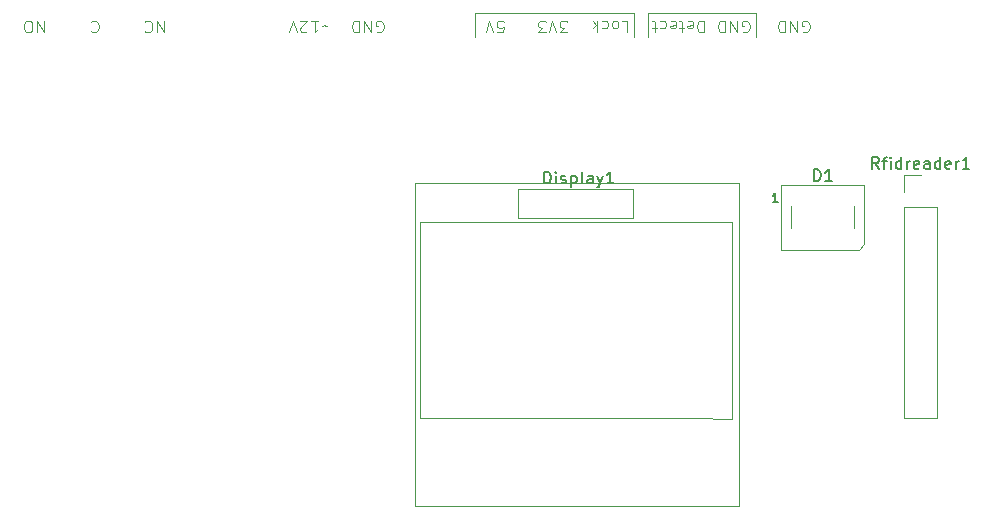
<source format=gto>
%TF.GenerationSoftware,KiCad,Pcbnew,9.0.4*%
%TF.CreationDate,2025-09-19T15:57:40+02:00*%
%TF.ProjectId,esp32c6-charger,65737033-3263-4362-9d63-686172676572,rev?*%
%TF.SameCoordinates,Original*%
%TF.FileFunction,Legend,Top*%
%TF.FilePolarity,Positive*%
%FSLAX45Y45*%
G04 Gerber Fmt 4.5, Leading zero omitted, Abs format (unit mm)*
G04 Created by KiCad (PCBNEW 9.0.4) date 2025-09-19 15:57:40*
%MOMM*%
%LPD*%
G01*
G04 APERTURE LIST*
%ADD10C,0.100000*%
%ADD11C,0.150000*%
%ADD12C,0.120000*%
G04 APERTURE END LIST*
D10*
X13423900Y-7543800D02*
X13423900Y-7747000D01*
X14452600Y-7543800D02*
X13538200Y-7543800D01*
X14452600Y-7543800D02*
X14452600Y-7747000D01*
X13423900Y-7543800D02*
X12941300Y-7543800D01*
X12077700Y-7543800D02*
X12941300Y-7543800D01*
X12077700Y-7543800D02*
X12077700Y-7747000D01*
X13538200Y-7543800D02*
X13538200Y-7747000D01*
X14344431Y-7702596D02*
X14353954Y-7707358D01*
X14353954Y-7707358D02*
X14368240Y-7707358D01*
X14368240Y-7707358D02*
X14382526Y-7702596D01*
X14382526Y-7702596D02*
X14392050Y-7693072D01*
X14392050Y-7693072D02*
X14396811Y-7683548D01*
X14396811Y-7683548D02*
X14401573Y-7664501D01*
X14401573Y-7664501D02*
X14401573Y-7650215D01*
X14401573Y-7650215D02*
X14396811Y-7631168D01*
X14396811Y-7631168D02*
X14392050Y-7621644D01*
X14392050Y-7621644D02*
X14382526Y-7612120D01*
X14382526Y-7612120D02*
X14368240Y-7607358D01*
X14368240Y-7607358D02*
X14358716Y-7607358D01*
X14358716Y-7607358D02*
X14344431Y-7612120D01*
X14344431Y-7612120D02*
X14339669Y-7616882D01*
X14339669Y-7616882D02*
X14339669Y-7650215D01*
X14339669Y-7650215D02*
X14358716Y-7650215D01*
X14296811Y-7607358D02*
X14296811Y-7707358D01*
X14296811Y-7707358D02*
X14239669Y-7607358D01*
X14239669Y-7607358D02*
X14239669Y-7707358D01*
X14192050Y-7607358D02*
X14192050Y-7707358D01*
X14192050Y-7707358D02*
X14168240Y-7707358D01*
X14168240Y-7707358D02*
X14153954Y-7702596D01*
X14153954Y-7702596D02*
X14144431Y-7693072D01*
X14144431Y-7693072D02*
X14139669Y-7683548D01*
X14139669Y-7683548D02*
X14134907Y-7664501D01*
X14134907Y-7664501D02*
X14134907Y-7650215D01*
X14134907Y-7650215D02*
X14139669Y-7631168D01*
X14139669Y-7631168D02*
X14144431Y-7621644D01*
X14144431Y-7621644D02*
X14153954Y-7612120D01*
X14153954Y-7612120D02*
X14168240Y-7607358D01*
X14168240Y-7607358D02*
X14192050Y-7607358D01*
X14015811Y-7607358D02*
X14015811Y-7707358D01*
X14015811Y-7707358D02*
X13992002Y-7707358D01*
X13992002Y-7707358D02*
X13977716Y-7702596D01*
X13977716Y-7702596D02*
X13968192Y-7693072D01*
X13968192Y-7693072D02*
X13963431Y-7683548D01*
X13963431Y-7683548D02*
X13958669Y-7664501D01*
X13958669Y-7664501D02*
X13958669Y-7650215D01*
X13958669Y-7650215D02*
X13963431Y-7631168D01*
X13963431Y-7631168D02*
X13968192Y-7621644D01*
X13968192Y-7621644D02*
X13977716Y-7612120D01*
X13977716Y-7612120D02*
X13992002Y-7607358D01*
X13992002Y-7607358D02*
X14015811Y-7607358D01*
X13877716Y-7612120D02*
X13887240Y-7607358D01*
X13887240Y-7607358D02*
X13906288Y-7607358D01*
X13906288Y-7607358D02*
X13915811Y-7612120D01*
X13915811Y-7612120D02*
X13920573Y-7621644D01*
X13920573Y-7621644D02*
X13920573Y-7659739D01*
X13920573Y-7659739D02*
X13915811Y-7669263D01*
X13915811Y-7669263D02*
X13906288Y-7674025D01*
X13906288Y-7674025D02*
X13887240Y-7674025D01*
X13887240Y-7674025D02*
X13877716Y-7669263D01*
X13877716Y-7669263D02*
X13872954Y-7659739D01*
X13872954Y-7659739D02*
X13872954Y-7650215D01*
X13872954Y-7650215D02*
X13920573Y-7640691D01*
X13844383Y-7674025D02*
X13806288Y-7674025D01*
X13830097Y-7707358D02*
X13830097Y-7621644D01*
X13830097Y-7621644D02*
X13825335Y-7612120D01*
X13825335Y-7612120D02*
X13815811Y-7607358D01*
X13815811Y-7607358D02*
X13806288Y-7607358D01*
X13734859Y-7612120D02*
X13744383Y-7607358D01*
X13744383Y-7607358D02*
X13763430Y-7607358D01*
X13763430Y-7607358D02*
X13772954Y-7612120D01*
X13772954Y-7612120D02*
X13777716Y-7621644D01*
X13777716Y-7621644D02*
X13777716Y-7659739D01*
X13777716Y-7659739D02*
X13772954Y-7669263D01*
X13772954Y-7669263D02*
X13763430Y-7674025D01*
X13763430Y-7674025D02*
X13744383Y-7674025D01*
X13744383Y-7674025D02*
X13734859Y-7669263D01*
X13734859Y-7669263D02*
X13730097Y-7659739D01*
X13730097Y-7659739D02*
X13730097Y-7650215D01*
X13730097Y-7650215D02*
X13777716Y-7640691D01*
X13644383Y-7612120D02*
X13653907Y-7607358D01*
X13653907Y-7607358D02*
X13672954Y-7607358D01*
X13672954Y-7607358D02*
X13682478Y-7612120D01*
X13682478Y-7612120D02*
X13687240Y-7616882D01*
X13687240Y-7616882D02*
X13692002Y-7626406D01*
X13692002Y-7626406D02*
X13692002Y-7654977D01*
X13692002Y-7654977D02*
X13687240Y-7664501D01*
X13687240Y-7664501D02*
X13682478Y-7669263D01*
X13682478Y-7669263D02*
X13672954Y-7674025D01*
X13672954Y-7674025D02*
X13653907Y-7674025D01*
X13653907Y-7674025D02*
X13644383Y-7669263D01*
X13615811Y-7674025D02*
X13577716Y-7674025D01*
X13601526Y-7707358D02*
X13601526Y-7621644D01*
X13601526Y-7621644D02*
X13596764Y-7612120D01*
X13596764Y-7612120D02*
X13587240Y-7607358D01*
X13587240Y-7607358D02*
X13577716Y-7607358D01*
X11245631Y-7702596D02*
X11255154Y-7707358D01*
X11255154Y-7707358D02*
X11269440Y-7707358D01*
X11269440Y-7707358D02*
X11283726Y-7702596D01*
X11283726Y-7702596D02*
X11293250Y-7693072D01*
X11293250Y-7693072D02*
X11298011Y-7683548D01*
X11298011Y-7683548D02*
X11302773Y-7664501D01*
X11302773Y-7664501D02*
X11302773Y-7650215D01*
X11302773Y-7650215D02*
X11298011Y-7631168D01*
X11298011Y-7631168D02*
X11293250Y-7621644D01*
X11293250Y-7621644D02*
X11283726Y-7612120D01*
X11283726Y-7612120D02*
X11269440Y-7607358D01*
X11269440Y-7607358D02*
X11259916Y-7607358D01*
X11259916Y-7607358D02*
X11245631Y-7612120D01*
X11245631Y-7612120D02*
X11240869Y-7616882D01*
X11240869Y-7616882D02*
X11240869Y-7650215D01*
X11240869Y-7650215D02*
X11259916Y-7650215D01*
X11198011Y-7607358D02*
X11198011Y-7707358D01*
X11198011Y-7707358D02*
X11140869Y-7607358D01*
X11140869Y-7607358D02*
X11140869Y-7707358D01*
X11093250Y-7607358D02*
X11093250Y-7707358D01*
X11093250Y-7707358D02*
X11069440Y-7707358D01*
X11069440Y-7707358D02*
X11055154Y-7702596D01*
X11055154Y-7702596D02*
X11045631Y-7693072D01*
X11045631Y-7693072D02*
X11040869Y-7683548D01*
X11040869Y-7683548D02*
X11036107Y-7664501D01*
X11036107Y-7664501D02*
X11036107Y-7650215D01*
X11036107Y-7650215D02*
X11040869Y-7631168D01*
X11040869Y-7631168D02*
X11045631Y-7621644D01*
X11045631Y-7621644D02*
X11055154Y-7612120D01*
X11055154Y-7612120D02*
X11069440Y-7607358D01*
X11069440Y-7607358D02*
X11093250Y-7607358D01*
X10829697Y-7645453D02*
X10824935Y-7650215D01*
X10824935Y-7650215D02*
X10815412Y-7654977D01*
X10815412Y-7654977D02*
X10796364Y-7645453D01*
X10796364Y-7645453D02*
X10786840Y-7650215D01*
X10786840Y-7650215D02*
X10782078Y-7654977D01*
X10691602Y-7607358D02*
X10748745Y-7607358D01*
X10720173Y-7607358D02*
X10720173Y-7707358D01*
X10720173Y-7707358D02*
X10729697Y-7693072D01*
X10729697Y-7693072D02*
X10739221Y-7683548D01*
X10739221Y-7683548D02*
X10748745Y-7678787D01*
X10653507Y-7697834D02*
X10648745Y-7702596D01*
X10648745Y-7702596D02*
X10639221Y-7707358D01*
X10639221Y-7707358D02*
X10615412Y-7707358D01*
X10615412Y-7707358D02*
X10605888Y-7702596D01*
X10605888Y-7702596D02*
X10601126Y-7697834D01*
X10601126Y-7697834D02*
X10596364Y-7688310D01*
X10596364Y-7688310D02*
X10596364Y-7678787D01*
X10596364Y-7678787D02*
X10601126Y-7664501D01*
X10601126Y-7664501D02*
X10658269Y-7607358D01*
X10658269Y-7607358D02*
X10596364Y-7607358D01*
X10567792Y-7707358D02*
X10534459Y-7607358D01*
X10534459Y-7607358D02*
X10501126Y-7707358D01*
X12266392Y-7707358D02*
X12314011Y-7707358D01*
X12314011Y-7707358D02*
X12318773Y-7659739D01*
X12318773Y-7659739D02*
X12314011Y-7664501D01*
X12314011Y-7664501D02*
X12304488Y-7669263D01*
X12304488Y-7669263D02*
X12280678Y-7669263D01*
X12280678Y-7669263D02*
X12271154Y-7664501D01*
X12271154Y-7664501D02*
X12266392Y-7659739D01*
X12266392Y-7659739D02*
X12261631Y-7650215D01*
X12261631Y-7650215D02*
X12261631Y-7626406D01*
X12261631Y-7626406D02*
X12266392Y-7616882D01*
X12266392Y-7616882D02*
X12271154Y-7612120D01*
X12271154Y-7612120D02*
X12280678Y-7607358D01*
X12280678Y-7607358D02*
X12304488Y-7607358D01*
X12304488Y-7607358D02*
X12314011Y-7612120D01*
X12314011Y-7612120D02*
X12318773Y-7616882D01*
X12233059Y-7707358D02*
X12199726Y-7607358D01*
X12199726Y-7607358D02*
X12166392Y-7707358D01*
X13320492Y-7607358D02*
X13368111Y-7607358D01*
X13368111Y-7607358D02*
X13368111Y-7707358D01*
X13272873Y-7607358D02*
X13282397Y-7612120D01*
X13282397Y-7612120D02*
X13287159Y-7616882D01*
X13287159Y-7616882D02*
X13291921Y-7626406D01*
X13291921Y-7626406D02*
X13291921Y-7654977D01*
X13291921Y-7654977D02*
X13287159Y-7664501D01*
X13287159Y-7664501D02*
X13282397Y-7669263D01*
X13282397Y-7669263D02*
X13272873Y-7674025D01*
X13272873Y-7674025D02*
X13258588Y-7674025D01*
X13258588Y-7674025D02*
X13249064Y-7669263D01*
X13249064Y-7669263D02*
X13244302Y-7664501D01*
X13244302Y-7664501D02*
X13239540Y-7654977D01*
X13239540Y-7654977D02*
X13239540Y-7626406D01*
X13239540Y-7626406D02*
X13244302Y-7616882D01*
X13244302Y-7616882D02*
X13249064Y-7612120D01*
X13249064Y-7612120D02*
X13258588Y-7607358D01*
X13258588Y-7607358D02*
X13272873Y-7607358D01*
X13153826Y-7612120D02*
X13163350Y-7607358D01*
X13163350Y-7607358D02*
X13182397Y-7607358D01*
X13182397Y-7607358D02*
X13191921Y-7612120D01*
X13191921Y-7612120D02*
X13196683Y-7616882D01*
X13196683Y-7616882D02*
X13201445Y-7626406D01*
X13201445Y-7626406D02*
X13201445Y-7654977D01*
X13201445Y-7654977D02*
X13196683Y-7664501D01*
X13196683Y-7664501D02*
X13191921Y-7669263D01*
X13191921Y-7669263D02*
X13182397Y-7674025D01*
X13182397Y-7674025D02*
X13163350Y-7674025D01*
X13163350Y-7674025D02*
X13153826Y-7669263D01*
X13110969Y-7607358D02*
X13110969Y-7707358D01*
X13101445Y-7645453D02*
X13072873Y-7607358D01*
X13072873Y-7674025D02*
X13110969Y-7635929D01*
X8427812Y-7607358D02*
X8427812Y-7707358D01*
X8427812Y-7707358D02*
X8370669Y-7607358D01*
X8370669Y-7607358D02*
X8370669Y-7707358D01*
X8304002Y-7707358D02*
X8284954Y-7707358D01*
X8284954Y-7707358D02*
X8275431Y-7702596D01*
X8275431Y-7702596D02*
X8265907Y-7693072D01*
X8265907Y-7693072D02*
X8261145Y-7674025D01*
X8261145Y-7674025D02*
X8261145Y-7640691D01*
X8261145Y-7640691D02*
X8265907Y-7621644D01*
X8265907Y-7621644D02*
X8275431Y-7612120D01*
X8275431Y-7612120D02*
X8284954Y-7607358D01*
X8284954Y-7607358D02*
X8304002Y-7607358D01*
X8304002Y-7607358D02*
X8313526Y-7612120D01*
X8313526Y-7612120D02*
X8323050Y-7621644D01*
X8323050Y-7621644D02*
X8327811Y-7640691D01*
X8327811Y-7640691D02*
X8327811Y-7674025D01*
X8327811Y-7674025D02*
X8323050Y-7693072D01*
X8323050Y-7693072D02*
X8313526Y-7702596D01*
X8313526Y-7702596D02*
X8304002Y-7707358D01*
X8827869Y-7616882D02*
X8832631Y-7612120D01*
X8832631Y-7612120D02*
X8846916Y-7607358D01*
X8846916Y-7607358D02*
X8856440Y-7607358D01*
X8856440Y-7607358D02*
X8870726Y-7612120D01*
X8870726Y-7612120D02*
X8880250Y-7621644D01*
X8880250Y-7621644D02*
X8885012Y-7631168D01*
X8885012Y-7631168D02*
X8889773Y-7650215D01*
X8889773Y-7650215D02*
X8889773Y-7664501D01*
X8889773Y-7664501D02*
X8885012Y-7683548D01*
X8885012Y-7683548D02*
X8880250Y-7693072D01*
X8880250Y-7693072D02*
X8870726Y-7702596D01*
X8870726Y-7702596D02*
X8856440Y-7707358D01*
X8856440Y-7707358D02*
X8846916Y-7707358D01*
X8846916Y-7707358D02*
X8832631Y-7702596D01*
X8832631Y-7702596D02*
X8827869Y-7697834D01*
X9443812Y-7607358D02*
X9443812Y-7707358D01*
X9443812Y-7707358D02*
X9386669Y-7607358D01*
X9386669Y-7607358D02*
X9386669Y-7707358D01*
X9281907Y-7616882D02*
X9286669Y-7612120D01*
X9286669Y-7612120D02*
X9300954Y-7607358D01*
X9300954Y-7607358D02*
X9310478Y-7607358D01*
X9310478Y-7607358D02*
X9324764Y-7612120D01*
X9324764Y-7612120D02*
X9334288Y-7621644D01*
X9334288Y-7621644D02*
X9339050Y-7631168D01*
X9339050Y-7631168D02*
X9343812Y-7650215D01*
X9343812Y-7650215D02*
X9343812Y-7664501D01*
X9343812Y-7664501D02*
X9339050Y-7683548D01*
X9339050Y-7683548D02*
X9334288Y-7693072D01*
X9334288Y-7693072D02*
X9324764Y-7702596D01*
X9324764Y-7702596D02*
X9310478Y-7707358D01*
X9310478Y-7707358D02*
X9300954Y-7707358D01*
X9300954Y-7707358D02*
X9286669Y-7702596D01*
X9286669Y-7702596D02*
X9281907Y-7697834D01*
X12856935Y-7707358D02*
X12795031Y-7707358D01*
X12795031Y-7707358D02*
X12828364Y-7669263D01*
X12828364Y-7669263D02*
X12814078Y-7669263D01*
X12814078Y-7669263D02*
X12804554Y-7664501D01*
X12804554Y-7664501D02*
X12799792Y-7659739D01*
X12799792Y-7659739D02*
X12795031Y-7650215D01*
X12795031Y-7650215D02*
X12795031Y-7626406D01*
X12795031Y-7626406D02*
X12799792Y-7616882D01*
X12799792Y-7616882D02*
X12804554Y-7612120D01*
X12804554Y-7612120D02*
X12814078Y-7607358D01*
X12814078Y-7607358D02*
X12842650Y-7607358D01*
X12842650Y-7607358D02*
X12852173Y-7612120D01*
X12852173Y-7612120D02*
X12856935Y-7616882D01*
X12766459Y-7707358D02*
X12733126Y-7607358D01*
X12733126Y-7607358D02*
X12699792Y-7707358D01*
X12675983Y-7707358D02*
X12614078Y-7707358D01*
X12614078Y-7707358D02*
X12647411Y-7669263D01*
X12647411Y-7669263D02*
X12633126Y-7669263D01*
X12633126Y-7669263D02*
X12623602Y-7664501D01*
X12623602Y-7664501D02*
X12618840Y-7659739D01*
X12618840Y-7659739D02*
X12614078Y-7650215D01*
X12614078Y-7650215D02*
X12614078Y-7626406D01*
X12614078Y-7626406D02*
X12618840Y-7616882D01*
X12618840Y-7616882D02*
X12623602Y-7612120D01*
X12623602Y-7612120D02*
X12633126Y-7607358D01*
X12633126Y-7607358D02*
X12661697Y-7607358D01*
X12661697Y-7607358D02*
X12671221Y-7612120D01*
X12671221Y-7612120D02*
X12675983Y-7616882D01*
X14852431Y-7702596D02*
X14861954Y-7707358D01*
X14861954Y-7707358D02*
X14876240Y-7707358D01*
X14876240Y-7707358D02*
X14890526Y-7702596D01*
X14890526Y-7702596D02*
X14900050Y-7693072D01*
X14900050Y-7693072D02*
X14904811Y-7683548D01*
X14904811Y-7683548D02*
X14909573Y-7664501D01*
X14909573Y-7664501D02*
X14909573Y-7650215D01*
X14909573Y-7650215D02*
X14904811Y-7631168D01*
X14904811Y-7631168D02*
X14900050Y-7621644D01*
X14900050Y-7621644D02*
X14890526Y-7612120D01*
X14890526Y-7612120D02*
X14876240Y-7607358D01*
X14876240Y-7607358D02*
X14866716Y-7607358D01*
X14866716Y-7607358D02*
X14852431Y-7612120D01*
X14852431Y-7612120D02*
X14847669Y-7616882D01*
X14847669Y-7616882D02*
X14847669Y-7650215D01*
X14847669Y-7650215D02*
X14866716Y-7650215D01*
X14804811Y-7607358D02*
X14804811Y-7707358D01*
X14804811Y-7707358D02*
X14747669Y-7607358D01*
X14747669Y-7607358D02*
X14747669Y-7707358D01*
X14700050Y-7607358D02*
X14700050Y-7707358D01*
X14700050Y-7707358D02*
X14676240Y-7707358D01*
X14676240Y-7707358D02*
X14661954Y-7702596D01*
X14661954Y-7702596D02*
X14652431Y-7693072D01*
X14652431Y-7693072D02*
X14647669Y-7683548D01*
X14647669Y-7683548D02*
X14642907Y-7664501D01*
X14642907Y-7664501D02*
X14642907Y-7650215D01*
X14642907Y-7650215D02*
X14647669Y-7631168D01*
X14647669Y-7631168D02*
X14652431Y-7621644D01*
X14652431Y-7621644D02*
X14661954Y-7612120D01*
X14661954Y-7612120D02*
X14676240Y-7607358D01*
X14676240Y-7607358D02*
X14700050Y-7607358D01*
D11*
X12661143Y-8986282D02*
X12661143Y-8886282D01*
X12661143Y-8886282D02*
X12684952Y-8886282D01*
X12684952Y-8886282D02*
X12699238Y-8891044D01*
X12699238Y-8891044D02*
X12708762Y-8900568D01*
X12708762Y-8900568D02*
X12713524Y-8910091D01*
X12713524Y-8910091D02*
X12718286Y-8929139D01*
X12718286Y-8929139D02*
X12718286Y-8943425D01*
X12718286Y-8943425D02*
X12713524Y-8962472D01*
X12713524Y-8962472D02*
X12708762Y-8971996D01*
X12708762Y-8971996D02*
X12699238Y-8981520D01*
X12699238Y-8981520D02*
X12684952Y-8986282D01*
X12684952Y-8986282D02*
X12661143Y-8986282D01*
X12761143Y-8986282D02*
X12761143Y-8919615D01*
X12761143Y-8886282D02*
X12756381Y-8891044D01*
X12756381Y-8891044D02*
X12761143Y-8895806D01*
X12761143Y-8895806D02*
X12765905Y-8891044D01*
X12765905Y-8891044D02*
X12761143Y-8886282D01*
X12761143Y-8886282D02*
X12761143Y-8895806D01*
X12804000Y-8981520D02*
X12813524Y-8986282D01*
X12813524Y-8986282D02*
X12832571Y-8986282D01*
X12832571Y-8986282D02*
X12842095Y-8981520D01*
X12842095Y-8981520D02*
X12846857Y-8971996D01*
X12846857Y-8971996D02*
X12846857Y-8967234D01*
X12846857Y-8967234D02*
X12842095Y-8957710D01*
X12842095Y-8957710D02*
X12832571Y-8952949D01*
X12832571Y-8952949D02*
X12818286Y-8952949D01*
X12818286Y-8952949D02*
X12808762Y-8948187D01*
X12808762Y-8948187D02*
X12804000Y-8938663D01*
X12804000Y-8938663D02*
X12804000Y-8933901D01*
X12804000Y-8933901D02*
X12808762Y-8924377D01*
X12808762Y-8924377D02*
X12818286Y-8919615D01*
X12818286Y-8919615D02*
X12832571Y-8919615D01*
X12832571Y-8919615D02*
X12842095Y-8924377D01*
X12889714Y-8919615D02*
X12889714Y-9019615D01*
X12889714Y-8924377D02*
X12899238Y-8919615D01*
X12899238Y-8919615D02*
X12918286Y-8919615D01*
X12918286Y-8919615D02*
X12927809Y-8924377D01*
X12927809Y-8924377D02*
X12932571Y-8929139D01*
X12932571Y-8929139D02*
X12937333Y-8938663D01*
X12937333Y-8938663D02*
X12937333Y-8967234D01*
X12937333Y-8967234D02*
X12932571Y-8976758D01*
X12932571Y-8976758D02*
X12927809Y-8981520D01*
X12927809Y-8981520D02*
X12918286Y-8986282D01*
X12918286Y-8986282D02*
X12899238Y-8986282D01*
X12899238Y-8986282D02*
X12889714Y-8981520D01*
X12994476Y-8986282D02*
X12984952Y-8981520D01*
X12984952Y-8981520D02*
X12980190Y-8971996D01*
X12980190Y-8971996D02*
X12980190Y-8886282D01*
X13075428Y-8986282D02*
X13075428Y-8933901D01*
X13075428Y-8933901D02*
X13070667Y-8924377D01*
X13070667Y-8924377D02*
X13061143Y-8919615D01*
X13061143Y-8919615D02*
X13042095Y-8919615D01*
X13042095Y-8919615D02*
X13032571Y-8924377D01*
X13075428Y-8981520D02*
X13065905Y-8986282D01*
X13065905Y-8986282D02*
X13042095Y-8986282D01*
X13042095Y-8986282D02*
X13032571Y-8981520D01*
X13032571Y-8981520D02*
X13027809Y-8971996D01*
X13027809Y-8971996D02*
X13027809Y-8962472D01*
X13027809Y-8962472D02*
X13032571Y-8952949D01*
X13032571Y-8952949D02*
X13042095Y-8948187D01*
X13042095Y-8948187D02*
X13065905Y-8948187D01*
X13065905Y-8948187D02*
X13075428Y-8943425D01*
X13113524Y-8919615D02*
X13137333Y-8986282D01*
X13161143Y-8919615D02*
X13137333Y-8986282D01*
X13137333Y-8986282D02*
X13127809Y-9010091D01*
X13127809Y-9010091D02*
X13123048Y-9014853D01*
X13123048Y-9014853D02*
X13113524Y-9019615D01*
X13251619Y-8986282D02*
X13194476Y-8986282D01*
X13223048Y-8986282D02*
X13223048Y-8886282D01*
X13223048Y-8886282D02*
X13213524Y-8900568D01*
X13213524Y-8900568D02*
X13204000Y-8910091D01*
X13204000Y-8910091D02*
X13194476Y-8914853D01*
X15497219Y-8862582D02*
X15463886Y-8814963D01*
X15440076Y-8862582D02*
X15440076Y-8762582D01*
X15440076Y-8762582D02*
X15478171Y-8762582D01*
X15478171Y-8762582D02*
X15487695Y-8767344D01*
X15487695Y-8767344D02*
X15492457Y-8772106D01*
X15492457Y-8772106D02*
X15497219Y-8781630D01*
X15497219Y-8781630D02*
X15497219Y-8795915D01*
X15497219Y-8795915D02*
X15492457Y-8805439D01*
X15492457Y-8805439D02*
X15487695Y-8810201D01*
X15487695Y-8810201D02*
X15478171Y-8814963D01*
X15478171Y-8814963D02*
X15440076Y-8814963D01*
X15525790Y-8795915D02*
X15563886Y-8795915D01*
X15540076Y-8862582D02*
X15540076Y-8776868D01*
X15540076Y-8776868D02*
X15544838Y-8767344D01*
X15544838Y-8767344D02*
X15554362Y-8762582D01*
X15554362Y-8762582D02*
X15563886Y-8762582D01*
X15597219Y-8862582D02*
X15597219Y-8795915D01*
X15597219Y-8762582D02*
X15592457Y-8767344D01*
X15592457Y-8767344D02*
X15597219Y-8772106D01*
X15597219Y-8772106D02*
X15601981Y-8767344D01*
X15601981Y-8767344D02*
X15597219Y-8762582D01*
X15597219Y-8762582D02*
X15597219Y-8772106D01*
X15687695Y-8862582D02*
X15687695Y-8762582D01*
X15687695Y-8857820D02*
X15678171Y-8862582D01*
X15678171Y-8862582D02*
X15659124Y-8862582D01*
X15659124Y-8862582D02*
X15649600Y-8857820D01*
X15649600Y-8857820D02*
X15644838Y-8853058D01*
X15644838Y-8853058D02*
X15640076Y-8843534D01*
X15640076Y-8843534D02*
X15640076Y-8814963D01*
X15640076Y-8814963D02*
X15644838Y-8805439D01*
X15644838Y-8805439D02*
X15649600Y-8800677D01*
X15649600Y-8800677D02*
X15659124Y-8795915D01*
X15659124Y-8795915D02*
X15678171Y-8795915D01*
X15678171Y-8795915D02*
X15687695Y-8800677D01*
X15735314Y-8862582D02*
X15735314Y-8795915D01*
X15735314Y-8814963D02*
X15740076Y-8805439D01*
X15740076Y-8805439D02*
X15744838Y-8800677D01*
X15744838Y-8800677D02*
X15754362Y-8795915D01*
X15754362Y-8795915D02*
X15763886Y-8795915D01*
X15835314Y-8857820D02*
X15825790Y-8862582D01*
X15825790Y-8862582D02*
X15806743Y-8862582D01*
X15806743Y-8862582D02*
X15797219Y-8857820D01*
X15797219Y-8857820D02*
X15792457Y-8848296D01*
X15792457Y-8848296D02*
X15792457Y-8810201D01*
X15792457Y-8810201D02*
X15797219Y-8800677D01*
X15797219Y-8800677D02*
X15806743Y-8795915D01*
X15806743Y-8795915D02*
X15825790Y-8795915D01*
X15825790Y-8795915D02*
X15835314Y-8800677D01*
X15835314Y-8800677D02*
X15840076Y-8810201D01*
X15840076Y-8810201D02*
X15840076Y-8819725D01*
X15840076Y-8819725D02*
X15792457Y-8829249D01*
X15925790Y-8862582D02*
X15925790Y-8810201D01*
X15925790Y-8810201D02*
X15921028Y-8800677D01*
X15921028Y-8800677D02*
X15911505Y-8795915D01*
X15911505Y-8795915D02*
X15892457Y-8795915D01*
X15892457Y-8795915D02*
X15882933Y-8800677D01*
X15925790Y-8857820D02*
X15916267Y-8862582D01*
X15916267Y-8862582D02*
X15892457Y-8862582D01*
X15892457Y-8862582D02*
X15882933Y-8857820D01*
X15882933Y-8857820D02*
X15878171Y-8848296D01*
X15878171Y-8848296D02*
X15878171Y-8838772D01*
X15878171Y-8838772D02*
X15882933Y-8829249D01*
X15882933Y-8829249D02*
X15892457Y-8824487D01*
X15892457Y-8824487D02*
X15916267Y-8824487D01*
X15916267Y-8824487D02*
X15925790Y-8819725D01*
X16016267Y-8862582D02*
X16016267Y-8762582D01*
X16016267Y-8857820D02*
X16006743Y-8862582D01*
X16006743Y-8862582D02*
X15987695Y-8862582D01*
X15987695Y-8862582D02*
X15978171Y-8857820D01*
X15978171Y-8857820D02*
X15973409Y-8853058D01*
X15973409Y-8853058D02*
X15968648Y-8843534D01*
X15968648Y-8843534D02*
X15968648Y-8814963D01*
X15968648Y-8814963D02*
X15973409Y-8805439D01*
X15973409Y-8805439D02*
X15978171Y-8800677D01*
X15978171Y-8800677D02*
X15987695Y-8795915D01*
X15987695Y-8795915D02*
X16006743Y-8795915D01*
X16006743Y-8795915D02*
X16016267Y-8800677D01*
X16101981Y-8857820D02*
X16092457Y-8862582D01*
X16092457Y-8862582D02*
X16073409Y-8862582D01*
X16073409Y-8862582D02*
X16063886Y-8857820D01*
X16063886Y-8857820D02*
X16059124Y-8848296D01*
X16059124Y-8848296D02*
X16059124Y-8810201D01*
X16059124Y-8810201D02*
X16063886Y-8800677D01*
X16063886Y-8800677D02*
X16073409Y-8795915D01*
X16073409Y-8795915D02*
X16092457Y-8795915D01*
X16092457Y-8795915D02*
X16101981Y-8800677D01*
X16101981Y-8800677D02*
X16106743Y-8810201D01*
X16106743Y-8810201D02*
X16106743Y-8819725D01*
X16106743Y-8819725D02*
X16059124Y-8829249D01*
X16149600Y-8862582D02*
X16149600Y-8795915D01*
X16149600Y-8814963D02*
X16154362Y-8805439D01*
X16154362Y-8805439D02*
X16159124Y-8800677D01*
X16159124Y-8800677D02*
X16168648Y-8795915D01*
X16168648Y-8795915D02*
X16178171Y-8795915D01*
X16263886Y-8862582D02*
X16206743Y-8862582D01*
X16235314Y-8862582D02*
X16235314Y-8762582D01*
X16235314Y-8762582D02*
X16225790Y-8776868D01*
X16225790Y-8776868D02*
X16216267Y-8786391D01*
X16216267Y-8786391D02*
X16206743Y-8791153D01*
X14946590Y-8966582D02*
X14946590Y-8866582D01*
X14946590Y-8866582D02*
X14970400Y-8866582D01*
X14970400Y-8866582D02*
X14984686Y-8871344D01*
X14984686Y-8871344D02*
X14994209Y-8880868D01*
X14994209Y-8880868D02*
X14998971Y-8890391D01*
X14998971Y-8890391D02*
X15003733Y-8909439D01*
X15003733Y-8909439D02*
X15003733Y-8923725D01*
X15003733Y-8923725D02*
X14998971Y-8942772D01*
X14998971Y-8942772D02*
X14994209Y-8952296D01*
X14994209Y-8952296D02*
X14984686Y-8961820D01*
X14984686Y-8961820D02*
X14970400Y-8966582D01*
X14970400Y-8966582D02*
X14946590Y-8966582D01*
X15098971Y-8966582D02*
X15041829Y-8966582D01*
X15070400Y-8966582D02*
X15070400Y-8866582D01*
X15070400Y-8866582D02*
X15060876Y-8880868D01*
X15060876Y-8880868D02*
X15051352Y-8890391D01*
X15051352Y-8890391D02*
X15041829Y-8895153D01*
X14643257Y-9147330D02*
X14597543Y-9147330D01*
X14620400Y-9147330D02*
X14620400Y-9067330D01*
X14620400Y-9067330D02*
X14612781Y-9078758D01*
X14612781Y-9078758D02*
X14605162Y-9086377D01*
X14605162Y-9086377D02*
X14597543Y-9090187D01*
D12*
%TO.C,Display1*%
X11569600Y-8986700D02*
X14309600Y-8986700D01*
X11569600Y-11716700D02*
X11569600Y-8986700D01*
X11611800Y-9316200D02*
X13921800Y-9316200D01*
X11611800Y-10976200D02*
X11611800Y-9316200D01*
X12439700Y-9035600D02*
X12439700Y-9276900D01*
X12439700Y-9035600D02*
X13417600Y-9035600D01*
X13417600Y-9035600D02*
X13417600Y-9276900D01*
X13417600Y-9276900D02*
X12439700Y-9276900D01*
X13921800Y-9316200D02*
X14230400Y-9316200D01*
X13921800Y-10976200D02*
X11611800Y-10976200D01*
X13921800Y-10976200D02*
X14255800Y-10978700D01*
X14255800Y-9315000D02*
X14230400Y-9316200D01*
X14255800Y-10978700D02*
X14255800Y-9315000D01*
X14309600Y-8986700D02*
X14309600Y-11716700D01*
X14309600Y-11716700D02*
X11569600Y-11716700D01*
%TO.C,Rfidreader1*%
X15711600Y-8917100D02*
X15849600Y-8917100D01*
X15711600Y-9055100D02*
X15711600Y-8917100D01*
X15711600Y-9182100D02*
X15711600Y-10971100D01*
X15711600Y-9182100D02*
X15987600Y-9182100D01*
X15711600Y-10971100D02*
X15987600Y-10971100D01*
X15987600Y-9182100D02*
X15987600Y-10971100D01*
%TO.C,D1*%
X14670400Y-8996100D02*
X14670400Y-9546100D01*
X14670400Y-8996100D02*
X15370400Y-8996100D01*
X14670400Y-9546100D02*
X15325400Y-9546100D01*
X14750400Y-9361100D02*
X14750400Y-9181100D01*
X15290400Y-9361100D02*
X15290400Y-9181100D01*
X15325400Y-9546100D02*
X15370400Y-9501100D01*
X15370400Y-9501100D02*
X15370400Y-8996100D01*
%TD*%
M02*

</source>
